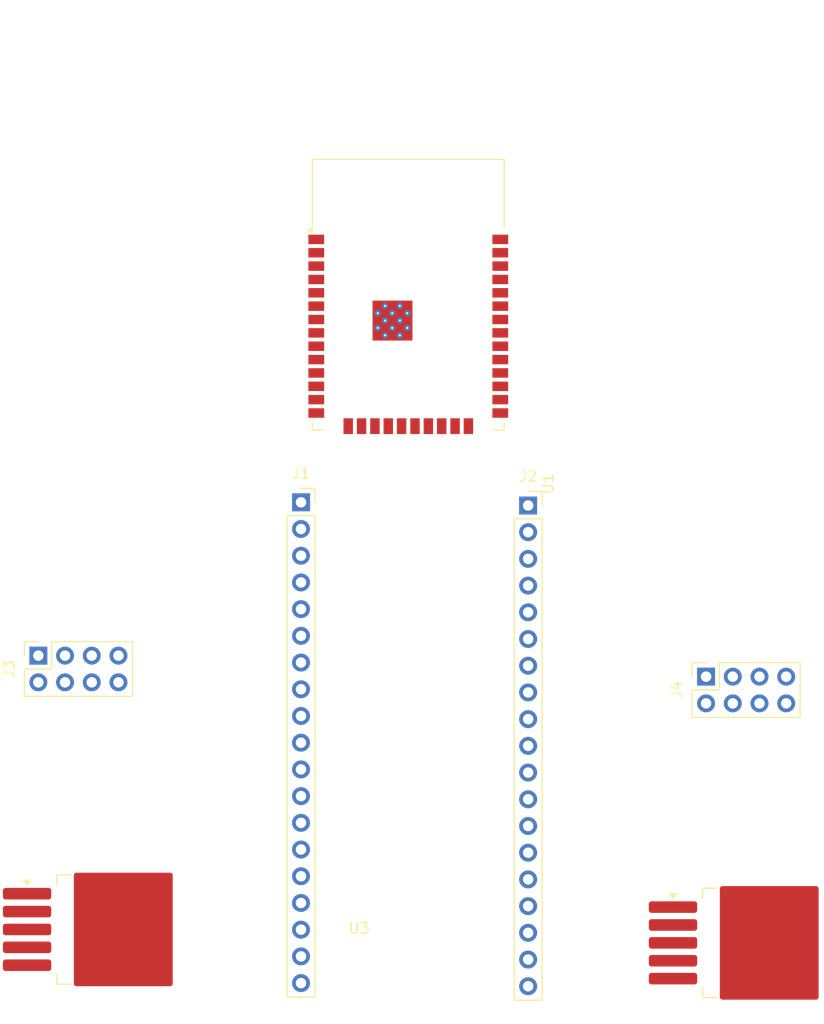
<source format=kicad_pcb>
(kicad_pcb (version 20241229) (generator "pcbnew") (generator_version "9.0")
  (layers (0 "F.Cu" signal) (2 "B.Cu" signal) (13 "F.Paste" user) (15 "B.Paste" user) (5 "F.SilkS" user "F.Silkscreen") (7 "B.SilkS" user "B.Silkscreen") (1 "F.Mask" user) (3 "B.Mask" user) (25 "Edge.Cuts" user))
  (net 0 "")
  (net 2 "Net-(U1-GND-Pad1)")
  (net 37 "GND")
  (net 39 "+5V")
  (net 82 "+3.3V")
  (footprint "Connector_PinSocket_2.54mm:PinSocket_2x04_P2.54mm_Vertical" (layer "F.Cu") (at 78.92 117.96 90)
    (property "Reference" "J3" (at -1.27 -2.77 90) (layer "F.SilkS"))
    (property "Value" "Conn_01x04_Socket")
    (fp_line (start 1.33 -1.33) (end 1.33 0) (stroke (width 0.12)) (layer "F.SilkS"))
    (fp_line (start 0 -1.33) (end 1.33 -1.33) (stroke (width 0.12)) (layer "F.SilkS"))
    (fp_line (start -1.27 -1.33) (end -1.27 1.27) (stroke (width 0.12)) (layer "F.SilkS"))
    (fp_line (start -3.87 -1.33) (end -1.27 -1.33) (stroke (width 0.12)) (layer "F.SilkS"))
    (fp_line (start -3.87 -1.33) (end -3.87 8.95) (stroke (width 0.12)) (layer "F.SilkS"))
    (fp_line (start 1.33 1.27) (end 1.33 8.95) (stroke (width 0.12)) (layer "F.SilkS"))
    (fp_line (start -1.27 1.27) (end 1.33 1.27) (stroke (width 0.12)) (layer "F.SilkS"))
    (fp_line (start -3.87 8.95) (end 1.33 8.95) (stroke (width 0.12)) (layer "F.SilkS"))
    (pad "1" thru_hole rect (at 0 0 90) (size 1.7 1.7) (drill 1) (layers "*.Cu" "*.Mask") (net 37 "GND"))
    (pad "2" thru_hole circle (at -2.54 0 90) (size 1.7 1.7) (drill 1) (layers "*.Cu" "*.Mask"))
    (pad "3" thru_hole circle (at 0 2.54 90) (size 1.7 1.7) (drill 1) (layers "*.Cu" "*.Mask"))
    (pad "4" thru_hole circle (at -2.54 2.54 90) (size 1.7 1.7) (drill 1) (layers "*.Cu" "*.Mask"))
    (pad "5" thru_hole circle (at 0 5.08 90) (size 1.7 1.7) (drill 1) (layers "*.Cu" "*.Mask"))
    (pad "6" thru_hole circle (at -2.54 5.08 90) (size 1.7 1.7) (drill 1) (layers "*.Cu" "*.Mask"))
    (pad "7" thru_hole circle (at 0 7.62 90) (size 1.7 1.7) (drill 1) (layers "*.Cu" "*.Mask"))
    (pad "8" thru_hole circle (at -2.54 7.62 90) (size 1.7 1.7) (drill 1) (layers "*.Cu" "*.Mask"))
  )
  (footprint "Connector_PinSocket_2.54mm:PinSocket_1x19_P2.54mm_Vertical" (layer "F.Cu") (at 103.9 103.38)
    (property "Reference" "J1" (at 0 -2.77 0) (layer "F.SilkS"))
    (property "Value" "Conn_01x19_Socket")
    (fp_line (start -1.33 1.27) (end -1.33 47.05) (stroke (width 0.12)) (layer "F.SilkS"))
    (fp_line (start -1.33 1.27) (end 1.33 1.27) (stroke (width 0.12)) (layer "F.SilkS"))
    (fp_line (start -1.33 47.05) (end 1.33 47.05) (stroke (width 0.12)) (layer "F.SilkS"))
    (fp_line (start 0 -1.33) (end 1.33 -1.33) (stroke (width 0.12)) (layer "F.SilkS"))
    (fp_line (start 1.33 -1.33) (end 1.33 0) (stroke (width 0.12)) (layer "F.SilkS"))
    (fp_line (start 1.33 1.27) (end 1.33 47.05) (stroke (width 0.12)) (layer "F.SilkS"))
    (pad "1" thru_hole rect (at 0 0) (size 1.7 1.7) (drill 1) (layers "*.Cu" "*.Mask"))
    (pad "2" thru_hole circle (at 0 2.54) (size 1.7 1.7) (drill 1) (layers "*.Cu" "*.Mask"))
    (pad "3" thru_hole circle (at 0 5.08) (size 1.7 1.7) (drill 1) (layers "*.Cu" "*.Mask"))
    (pad "4" thru_hole circle (at 0 7.62) (size 1.7 1.7) (drill 1) (layers "*.Cu" "*.Mask"))
    (pad "5" thru_hole circle (at 0 10.16) (size 1.7 1.7) (drill 1) (layers "*.Cu" "*.Mask"))
    (pad "6" thru_hole circle (at 0 12.7) (size 1.7 1.7) (drill 1) (layers "*.Cu" "*.Mask"))
    (pad "7" thru_hole circle (at 0 15.24) (size 1.7 1.7) (drill 1) (layers "*.Cu" "*.Mask"))
    (pad "8" thru_hole circle (at 0 17.78) (size 1.7 1.7) (drill 1) (layers "*.Cu" "*.Mask"))
    (pad "9" thru_hole circle (at 0 20.32) (size 1.7 1.7) (drill 1) (layers "*.Cu" "*.Mask"))
    (pad "10" thru_hole circle (at 0 22.86) (size 1.7 1.7) (drill 1) (layers "*.Cu" "*.Mask"))
    (pad "11" thru_hole circle (at 0 25.4) (size 1.7 1.7) (drill 1) (layers "*.Cu" "*.Mask"))
    (pad "12" thru_hole circle (at 0 27.94) (size 1.7 1.7) (drill 1) (layers "*.Cu" "*.Mask"))
    (pad "13" thru_hole circle (at 0 30.48) (size 1.7 1.7) (drill 1) (layers "*.Cu" "*.Mask"))
    (pad "14" thru_hole circle (at 0 33.02) (size 1.7 1.7) (drill 1) (layers "*.Cu" "*.Mask") (net 37 "GND"))
    (pad "15" thru_hole circle (at 0 35.56) (size 1.7 1.7) (drill 1) (layers "*.Cu" "*.Mask"))
    (pad "16" thru_hole circle (at 0 38.1) (size 1.7 1.7) (drill 1) (layers "*.Cu" "*.Mask"))
    (pad "17" thru_hole circle (at 0 40.64) (size 1.7 1.7) (drill 1) (layers "*.Cu" "*.Mask"))
    (pad "18" thru_hole circle (at 0 43.18) (size 1.7 1.7) (drill 1) (layers "*.Cu" "*.Mask"))
    (pad "19" thru_hole circle (at 0 45.72) (size 1.7 1.7) (drill 1) (layers "*.Cu" "*.Mask") (net 39 "+5V"))
  )
  (footprint "Connector_PinSocket_2.54mm:PinSocket_1x19_P2.54mm_Vertical" (layer "F.Cu") (at 125.5 103.68)
    (property "Reference" "J2" (at 0 -2.77 0) (layer "F.SilkS"))
    (property "Value" "Conn_01x19_Socket")
    (fp_line (start -1.33 1.27) (end -1.33 47.05) (stroke (width 0.12)) (layer "F.SilkS"))
    (fp_line (start -1.33 1.27) (end 1.33 1.27) (stroke (width 0.12)) (layer "F.SilkS"))
    (fp_line (start -1.33 47.05) (end 1.33 47.05) (stroke (width 0.12)) (layer "F.SilkS"))
    (fp_line (start 0 -1.33) (end 1.33 -1.33) (stroke (width 0.12)) (layer "F.SilkS"))
    (fp_line (start 1.33 -1.33) (end 1.33 0) (stroke (width 0.12)) (layer "F.SilkS"))
    (fp_line (start 1.33 1.27) (end 1.33 47.05) (stroke (width 0.12)) (layer "F.SilkS"))
    (pad "1" thru_hole rect (at 0 0) (size 1.7 1.7) (drill 1) (layers "*.Cu" "*.Mask") (net 37 "GND"))
    (pad "2" thru_hole circle (at 0 2.54) (size 1.7 1.7) (drill 1) (layers "*.Cu" "*.Mask"))
    (pad "3" thru_hole circle (at 0 5.08) (size 1.7 1.7) (drill 1) (layers "*.Cu" "*.Mask"))
    (pad "4" thru_hole circle (at 0 7.62) (size 1.7 1.7) (drill 1) (layers "*.Cu" "*.Mask"))
    (pad "5" thru_hole circle (at 0 10.16) (size 1.7 1.7) (drill 1) (layers "*.Cu" "*.Mask"))
    (pad "6" thru_hole circle (at 0 12.7) (size 1.7 1.7) (drill 1) (layers "*.Cu" "*.Mask"))
    (pad "7" thru_hole circle (at 0 15.24) (size 1.7 1.7) (drill 1) (layers "*.Cu" "*.Mask") (net 37 "GND"))
    (pad "8" thru_hole circle (at 0 17.78) (size 1.7 1.7) (drill 1) (layers "*.Cu" "*.Mask"))
    (pad "9" thru_hole circle (at 0 20.32) (size 1.7 1.7) (drill 1) (layers "*.Cu" "*.Mask"))
    (pad "10" thru_hole circle (at 0 22.86) (size 1.7 1.7) (drill 1) (layers "*.Cu" "*.Mask"))
    (pad "11" thru_hole circle (at 0 25.4) (size 1.7 1.7) (drill 1) (layers "*.Cu" "*.Mask"))
    (pad "12" thru_hole circle (at 0 27.94) (size 1.7 1.7) (drill 1) (layers "*.Cu" "*.Mask"))
    (pad "13" thru_hole circle (at 0 30.48) (size 1.7 1.7) (drill 1) (layers "*.Cu" "*.Mask"))
    (pad "14" thru_hole circle (at 0 33.02) (size 1.7 1.7) (drill 1) (layers "*.Cu" "*.Mask"))
    (pad "15" thru_hole circle (at 0 35.56) (size 1.7 1.7) (drill 1) (layers "*.Cu" "*.Mask"))
    (pad "16" thru_hole circle (at 0 38.1) (size 1.7 1.7) (drill 1) (layers "*.Cu" "*.Mask"))
    (pad "17" thru_hole circle (at 0 40.64) (size 1.7 1.7) (drill 1) (layers "*.Cu" "*.Mask"))
    (pad "18" thru_hole circle (at 0 43.18) (size 1.7 1.7) (drill 1) (layers "*.Cu" "*.Mask"))
    (pad "19" thru_hole circle (at 0 45.72) (size 1.7 1.7) (drill 1) (layers "*.Cu" "*.Mask"))
  )
  (footprint "Package_TO_SOT_SMD:TO-263-5_TabPin3" (layer "F.Cu") (at 85.5 144)
    (property "Reference" "U3" (at 23.925 -0.095 0) (layer "F.SilkS"))
    (property "Value" "LM2596S-3.3")
    (fp_line (start -4.825 -5.2) (end -4.825 -4.25) (stroke (width 0.12)) (layer "F.SilkS"))
    (fp_line (start -4.825 5.2) (end -4.825 4.25) (stroke (width 0.12)) (layer "F.SilkS"))
    (fp_line (start -3.46 -5.2) (end -4.825 -5.2) (stroke (width 0.12)) (layer "F.SilkS"))
    (fp_line (start -3.46 5.2) (end -4.825 5.2) (stroke (width 0.12)) (layer "F.SilkS"))
    (fp_poly (pts (xy -7.65 -4.21) (xy -7.99 -4.68) (xy -7.31 -4.68)) (stroke (width 0.12)) (fill yes) (layer "F.SilkS"))
    (pad "1" smd roundrect (at -7.65 -3.4) (size 4.6 1.1) (layers "F.Cu" "F.Mask" "F.Paste") (roundrect_rratio 0.227273) (net 39 "+5V"))
    (pad "2" smd roundrect (at -7.65 -1.7) (size 4.6 1.1) (layers "F.Cu" "F.Mask" "F.Paste") (roundrect_rratio 0.227273) (net 82 "+3.3V"))
    (pad "3" smd roundrect (at -7.65 0) (size 4.6 1.1) (layers "F.Cu" "F.Mask" "F.Paste") (roundrect_rratio 0.227273) (net 37 "GND"))
    (pad "3" smd roundrect (at 1.5 0) (size 9.4 10.8) (layers "F.Cu" "F.Mask") (roundrect_rratio 0.026596) (net 37 "GND"))
    (pad "4" smd roundrect (at -7.65 1.7) (size 4.6 1.1) (layers "F.Cu" "F.Mask" "F.Paste") (roundrect_rratio 0.227273))
    (pad "5" smd roundrect (at -7.65 3.4) (size 4.6 1.1) (layers "F.Cu" "F.Mask" "F.Paste") (roundrect_rratio 0.227273))
  )
  (footprint "RF_Module:ESP32-WROOM-32D" (layer "F.Cu") (at 114.1 86.63)
    (property "Reference" "U1" (at 13.315 14.985 90) (layer "F.SilkS"))
    (property "Value" "ESP32-WROOM-32D")
    (fp_line (start -9.12 -15.86) (end -9.12 -9.7) (stroke (width 0.12)) (layer "F.SilkS"))
    (fp_line (start -9.12 -15.86) (end 9.12 -15.86) (stroke (width 0.12)) (layer "F.SilkS"))
    (fp_line (start -9.12 9.1) (end -9.12 9.88) (stroke (width 0.12)) (layer "F.SilkS"))
    (fp_line (start -9.12 9.88) (end -8.12 9.88) (stroke (width 0.12)) (layer "F.SilkS"))
    (fp_line (start 9.12 -15.86) (end 9.12 -9.445) (stroke (width 0.12)) (layer "F.SilkS"))
    (fp_line (start 9.12 9.1) (end 9.12 9.88) (stroke (width 0.12)) (layer "F.SilkS"))
    (fp_line (start 9.12 9.88) (end 8.12 9.88) (stroke (width 0.12)) (layer "F.SilkS"))
    (fp_poly (pts (xy -9.125 -8.975) (xy -9.625 -8.975) (xy -9.125 -9.475) (xy -9.125 -8.975)) (stroke (width 0.12)) (fill yes) (layer "F.SilkS"))
    (pad "1" smd rect (at -8.75 -8.25) (size 1.5 0.9) (layers "F.Cu" "F.Mask" "F.Paste") (net 2 "Net-(U1-GND-Pad1)"))
    (pad "2" smd rect (at -8.75 -6.98) (size 1.5 0.9) (layers "F.Cu" "F.Mask" "F.Paste"))
    (pad "3" smd rect (at -8.75 -5.71) (size 1.5 0.9) (layers "F.Cu" "F.Mask" "F.Paste"))
    (pad "4" smd rect (at -8.75 -4.44) (size 1.5 0.9) (layers "F.Cu" "F.Mask" "F.Paste"))
    (pad "5" smd rect (at -8.75 -3.17) (size 1.5 0.9) (layers "F.Cu" "F.Mask" "F.Paste"))
    (pad "6" smd rect (at -8.75 -1.9) (size 1.5 0.9) (layers "F.Cu" "F.Mask" "F.Paste"))
    (pad "7" smd rect (at -8.75 -0.63) (size 1.5 0.9) (layers "F.Cu" "F.Mask" "F.Paste"))
    (pad "8" smd rect (at -8.75 0.64) (size 1.5 0.9) (layers "F.Cu" "F.Mask" "F.Paste"))
    (pad "9" smd rect (at -8.75 1.91) (size 1.5 0.9) (layers "F.Cu" "F.Mask" "F.Paste"))
    (pad "10" smd rect (at -8.75 3.18) (size 1.5 0.9) (layers "F.Cu" "F.Mask" "F.Paste"))
    (pad "11" smd rect (at -8.75 4.45) (size 1.5 0.9) (layers "F.Cu" "F.Mask" "F.Paste"))
    (pad "12" smd rect (at -8.75 5.72) (size 1.5 0.9) (layers "F.Cu" "F.Mask" "F.Paste"))
    (pad "13" smd rect (at -8.75 6.99) (size 1.5 0.9) (layers "F.Cu" "F.Mask" "F.Paste"))
    (pad "14" smd rect (at -8.75 8.26) (size 1.5 0.9) (layers "F.Cu" "F.Mask" "F.Paste"))
    (pad "15" smd rect (at -5.71 9.51 90) (size 1.5 0.9) (layers "F.Cu" "F.Mask" "F.Paste") (net 2 "Net-(U1-GND-Pad1)"))
    (pad "16" smd rect (at -4.44 9.51 90) (size 1.5 0.9) (layers "F.Cu" "F.Mask" "F.Paste"))
    (pad "17" smd rect (at -3.17 9.51 90) (size 1.5 0.9) (layers "F.Cu" "F.Mask" "F.Paste"))
    (pad "18" smd rect (at -1.9 9.51 90) (size 1.5 0.9) (layers "F.Cu" "F.Mask" "F.Paste"))
    (pad "19" smd rect (at -0.63 9.51 90) (size 1.5 0.9) (layers "F.Cu" "F.Mask" "F.Paste"))
    (pad "20" smd rect (at 0.64 9.51 90) (size 1.5 0.9) (layers "F.Cu" "F.Mask" "F.Paste"))
    (pad "21" smd rect (at 1.91 9.51 90) (size 1.5 0.9) (layers "F.Cu" "F.Mask" "F.Paste"))
    (pad "22" smd rect (at 3.18 9.51 90) (size 1.5 0.9) (layers "F.Cu" "F.Mask" "F.Paste"))
    (pad "23" smd rect (at 4.45 9.51 90) (size 1.5 0.9) (layers "F.Cu" "F.Mask" "F.Paste"))
    (pad "24" smd rect (at 5.72 9.51 90) (size 1.5 0.9) (layers "F.Cu" "F.Mask" "F.Paste"))
    (pad "25" smd rect (at 8.75 8.26) (size 1.5 0.9) (layers "F.Cu" "F.Mask" "F.Paste"))
    (pad "26" smd rect (at 8.75 6.99) (size 1.5 0.9) (layers "F.Cu" "F.Mask" "F.Paste"))
    (pad "27" smd rect (at 8.75 5.72) (size 1.5 0.9) (layers "F.Cu" "F.Mask" "F.Paste"))
    (pad "28" smd rect (at 8.75 4.45) (size 1.5 0.9) (layers "F.Cu" "F.Mask" "F.Paste"))
    (pad "29" smd rect (at 8.75 3.18) (size 1.5 0.9) (layers "F.Cu" "F.Mask" "F.Paste"))
    (pad "30" smd rect (at 8.75 1.91) (size 1.5 0.9) (layers "F.Cu" "F.Mask" "F.Paste"))
    (pad "31" smd rect (at 8.75 0.64) (size 1.5 0.9) (layers "F.Cu" "F.Mask" "F.Paste"))
    (pad "32" smd rect (at 8.75 -0.63) (size 1.5 0.9) (layers "F.Cu" "F.Mask" "F.Paste"))
    (pad "33" smd rect (at 8.75 -1.9) (size 1.5 0.9) (layers "F.Cu" "F.Mask" "F.Paste"))
    (pad "34" smd rect (at 8.75 -3.17) (size 1.5 0.9) (layers "F.Cu" "F.Mask" "F.Paste"))
    (pad "35" smd rect (at 8.75 -4.44) (size 1.5 0.9) (layers "F.Cu" "F.Mask" "F.Paste"))
    (pad "36" smd rect (at 8.75 -5.71) (size 1.5 0.9) (layers "F.Cu" "F.Mask" "F.Paste"))
    (pad "37" smd rect (at 8.75 -6.98) (size 1.5 0.9) (layers "F.Cu" "F.Mask" "F.Paste"))
    (pad "38" smd rect (at 8.75 -8.25) (size 1.5 0.9) (layers "F.Cu" "F.Mask" "F.Paste") (net 2 "Net-(U1-GND-Pad1)"))
    (pad "39" smd rect (at -2.9 -1.93) (size 0.9 0.9) (layers "F.Cu" "F.Paste") (net 2 "Net-(U1-GND-Pad1)"))
    (pad "39" thru_hole circle (at -2.9 -1.23) (size 0.6 0.6) (drill 0.2) (property pad_prop_heatsink) (layers "*.Cu" "F.Mask") (net 2 "Net-(U1-GND-Pad1)"))
    (pad "39" smd rect (at -2.9 -0.53) (size 0.9 0.9) (layers "F.Cu" "F.Paste") (net 2 "Net-(U1-GND-Pad1)"))
    (pad "39" thru_hole circle (at -2.9 0.17) (size 0.6 0.6) (drill 0.2) (property pad_prop_heatsink) (layers "*.Cu" "F.Mask") (net 2 "Net-(U1-GND-Pad1)"))
    (pad "39" smd rect (at -2.9 0.87) (size 0.9 0.9) (layers "F.Cu" "F.Paste") (net 2 "Net-(U1-GND-Pad1)"))
    (pad "39" thru_hole circle (at -2.2 -1.93) (size 0.6 0.6) (drill 0.2) (property pad_prop_heatsink) (layers "*.Cu" "F.Mask") (net 2 "Net-(U1-GND-Pad1)"))
    (pad "39" thru_hole circle (at -2.2 -0.53) (size 0.6 0.6) (drill 0.2) (property pad_prop_heatsink) (layers "*.Cu" "F.Mask") (net 2 "Net-(U1-GND-Pad1)"))
    (pad "39" thru_hole circle (at -2.2 0.87) (size 0.6 0.6) (drill 0.2) (property pad_prop_heatsink) (layers "*.Cu" "F.Mask") (net 2 "Net-(U1-GND-Pad1)"))
    (pad "39" thru_hole circle (at -1.525 -1.23) (size 0.6 0.6) (drill 0.2) (property pad_prop_heatsink) (layers "*.Cu" "F.Mask") (net 2 "Net-(U1-GND-Pad1)"))
    (pad "39" thru_hole circle (at -1.525 0.17) (size 0.6 0.6) (drill 0.2) (property pad_prop_heatsink) (layers "*.Cu" "F.Mask") (net 2 "Net-(U1-GND-Pad1)"))
    (pad "39" smd rect (at -1.5 -1.93) (size 0.9 0.9) (layers "F.Cu" "F.Paste") (net 2 "Net-(U1-GND-Pad1)"))
    (pad "39" smd rect (at -1.5 -0.53) (size 0.9 0.9) (layers "F.Cu" "F.Paste") (net 2 "Net-(U1-GND-Pad1)"))
    (pad "39" smd rect (at -1.5 -0.53) (size 3.8 3.8) (property pad_prop_heatsink) (layers "F.Cu" "F.Mask") (net 2 "Net-(U1-GND-Pad1)"))
    (pad "39" smd rect (at -1.5 0.87) (size 0.9 0.9) (layers "F.Cu" "F.Paste") (net 2 "Net-(U1-GND-Pad1)"))
    (pad "39" thru_hole circle (at -0.8 -1.93) (size 0.6 0.6) (drill 0.2) (property pad_prop_heatsink) (layers "*.Cu" "F.Mask") (net 2 "Net-(U1-GND-Pad1)"))
    (pad "39" thru_hole circle (at -0.8 -0.53) (size 0.6 0.6) (drill 0.2) (property pad_prop_heatsink) (layers "*.Cu" "F.Mask") (net 2 "Net-(U1-GND-Pad1)"))
    (pad "39" thru_hole circle (at -0.8 0.87) (size 0.6 0.6) (drill 0.2) (property pad_prop_heatsink) (layers "*.Cu" "F.Mask") (net 2 "Net-(U1-GND-Pad1)"))
    (pad "39" smd rect (at -0.1 -1.93) (size 0.9 0.9) (layers "F.Cu" "F.Paste") (net 2 "Net-(U1-GND-Pad1)"))
    (pad "39" thru_hole circle (at -0.1 -1.23) (size 0.6 0.6) (drill 0.2) (property pad_prop_heatsink) (layers "*.Cu" "F.Mask") (net 2 "Net-(U1-GND-Pad1)"))
    (pad "39" smd rect (at -0.1 -0.53) (size 0.9 0.9) (layers "F.Cu" "F.Paste") (net 2 "Net-(U1-GND-Pad1)"))
    (pad "39" thru_hole circle (at -0.1 0.17) (size 0.6 0.6) (drill 0.2) (property pad_prop_heatsink) (layers "*.Cu" "F.Mask") (net 2 "Net-(U1-GND-Pad1)"))
    (pad "39" smd rect (at -0.1 0.87) (size 0.9 0.9) (layers "F.Cu" "F.Paste") (net 2 "Net-(U1-GND-Pad1)"))
  )
  (footprint "Connector_PinSocket_2.54mm:PinSocket_2x04_P2.54mm_Vertical" (layer "F.Cu") (at 142.42 119.96 90)
    (property "Reference" "J4" (at -1.27 -2.77 90) (layer "F.SilkS"))
    (property "Value" "Conn_01x04_Socket")
    (fp_line (start 1.33 -1.33) (end 1.33 0) (stroke (width 0.12)) (layer "F.SilkS"))
    (fp_line (start 0 -1.33) (end 1.33 -1.33) (stroke (width 0.12)) (layer "F.SilkS"))
    (fp_line (start -1.27 -1.33) (end -1.27 1.27) (stroke (width 0.12)) (layer "F.SilkS"))
    (fp_line (start -3.87 -1.33) (end -1.27 -1.33) (stroke (width 0.12)) (layer "F.SilkS"))
    (fp_line (start -3.87 -1.33) (end -3.87 8.95) (stroke (width 0.12)) (layer "F.SilkS"))
    (fp_line (start 1.33 1.27) (end 1.33 8.95) (stroke (width 0.12)) (layer "F.SilkS"))
    (fp_line (start -1.27 1.27) (end 1.33 1.27) (stroke (width 0.12)) (layer "F.SilkS"))
    (fp_line (start -3.87 8.95) (end 1.33 8.95) (stroke (width 0.12)) (layer "F.SilkS"))
    (pad "1" thru_hole rect (at 0 0 90) (size 1.7 1.7) (drill 1) (layers "*.Cu" "*.Mask") (net 82 "+3.3V"))
    (pad "2" thru_hole circle (at -2.54 0 90) (size 1.7 1.7) (drill 1) (layers "*.Cu" "*.Mask"))
    (pad "3" thru_hole circle (at 0 2.54 90) (size 1.7 1.7) (drill 1) (layers "*.Cu" "*.Mask"))
    (pad "4" thru_hole circle (at -2.54 2.54 90) (size 1.7 1.7) (drill 1) (layers "*.Cu" "*.Mask"))
    (pad "5" thru_hole circle (at 0 5.08 90) (size 1.7 1.7) (drill 1) (layers "*.Cu" "*.Mask"))
    (pad "6" thru_hole circle (at -2.54 5.08 90) (size 1.7 1.7) (drill 1) (layers "*.Cu" "*.Mask"))
    (pad "7" thru_hole circle (at 0 7.62 90) (size 1.7 1.7) (drill 1) (layers "*.Cu" "*.Mask"))
    (pad "8" thru_hole circle (at -2.54 7.62 90) (size 1.7 1.7) (drill 1) (layers "*.Cu" "*.Mask"))
  )
  (footprint "Package_TO_SOT_SMD:TO-263-5_TabPin3" (layer "F.Cu") (at 146.925 145.275)
    (property "Reference" "U2" (hide yes))
    (property "Value" "LM2596S-3.3")
    (fp_line (start -4.825 -5.2) (end -4.825 -4.25) (stroke (width 0.12)) (layer "F.SilkS"))
    (fp_line (start -4.825 5.2) (end -4.825 4.25) (stroke (width 0.12)) (layer "F.SilkS"))
    (fp_line (start -3.46 -5.2) (end -4.825 -5.2) (stroke (width 0.12)) (layer "F.SilkS"))
    (fp_line (start -3.46 5.2) (end -4.825 5.2) (stroke (width 0.12)) (layer "F.SilkS"))
    (fp_poly (pts (xy -7.65 -4.21) (xy -7.99 -4.68) (xy -7.31 -4.68)) (stroke (width 0.12)) (fill yes) (layer "F.SilkS"))
    (pad "1" smd roundrect (at -7.65 -3.4) (size 4.6 1.1) (layers "F.Cu" "F.Mask" "F.Paste") (roundrect_rratio 0.227273) (net 39 "+5V"))
    (pad "2" smd roundrect (at -7.65 -1.7) (size 4.6 1.1) (layers "F.Cu" "F.Mask" "F.Paste") (roundrect_rratio 0.227273) (net 82 "+3.3V"))
    (pad "3" smd roundrect (at -7.65 0) (size 4.6 1.1) (layers "F.Cu" "F.Mask" "F.Paste") (roundrect_rratio 0.227273) (net 37 "GND"))
    (pad "3" smd roundrect (at 1.5 0) (size 9.4 10.8) (layers "F.Cu" "F.Mask") (roundrect_rratio 0.026596) (net 37 "GND"))
    (pad "4" smd roundrect (at -7.65 1.7) (size 4.6 1.1) (layers "F.Cu" "F.Mask" "F.Paste") (roundrect_rratio 0.227273))
    (pad "5" smd roundrect (at -7.65 3.4) (size 4.6 1.1) (layers "F.Cu" "F.Mask" "F.Paste") (roundrect_rratio 0.227273))
  )
)
</source>
